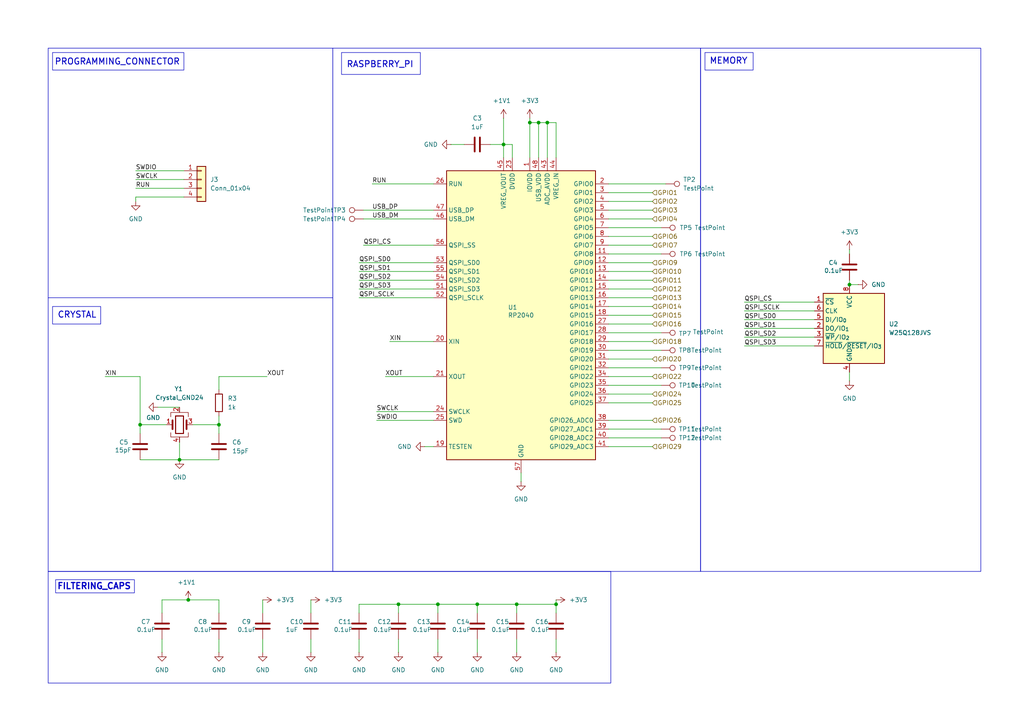
<source format=kicad_sch>
(kicad_sch (version 20250114) (generator "eeschema") (generator_version "9.0")
  (paper "A4")
  (title_block (title "MINIMALISED RASBERRY PI PICO") (date "2025-11-16") (rev "1.0") (company "KN HARDWIRE AGH") (comment 1 "ZOFIA STACHOŃ") (comment 2 "DAWID TOMALA") (comment 3 "MATEUSZ STASIEŃKO") (comment 4 "KACPER JELONEK") (comment 5 "Authors:"))
  (lib_symbols
    (symbol "Connector:TestPoint" (pin_numbers (hide yes)) (pin_names (offset 0.762) (hide yes))
      (property "Reference" "TP" (at 0 6.858 0))
      (property "Value" "TestPoint" (at 0 5.08 0))
      (symbol "TestPoint_0_1"
        (circle (center 0 3.302) (radius 0.762))
      )
      (symbol "TestPoint_1_1"
        (pin passive line (at 0 0 90) (length 2.54) (name "1") (number "1"))
      )
    )
    (symbol "Connector_Generic:Conn_01x04" (pin_names (offset 1.016) (hide yes))
      (property "Reference" "J" (at 0 5.08 0))
      (property "Value" "Conn_01x04" (at 0 -7.62 0))
      (symbol "Conn_01x04_1_1"
        (rectangle (start -1.27 3.81) (end 1.27 -6.35) (stroke (width 0.254)) (fill (type background)))
        (rectangle (start -1.27 2.667) (end 0 2.413) (stroke (width 0.1524)))
        (rectangle (start -1.27 0.127) (end 0 -0.127) (stroke (width 0.1524)))
        (rectangle (start -1.27 -2.413) (end 0 -2.667) (stroke (width 0.1524)))
        (rectangle (start -1.27 -4.953) (end 0 -5.207) (stroke (width 0.1524)))
        (pin passive line (at -5.08 2.54 0) (length 3.81) (name "Pin_1") (number "1"))
        (pin passive line (at -5.08 0 0) (length 3.81) (name "Pin_2") (number "2"))
        (pin passive line (at -5.08 -2.54 0) (length 3.81) (name "Pin_3") (number "3"))
        (pin passive line (at -5.08 -5.08 0) (length 3.81) (name "Pin_4") (number "4"))
      )
    )
    (symbol "Device:C" (pin_numbers (hide yes)) (pin_names (offset 0.254))
      (property "Reference" "C" (at 0.635 2.54 0))
      (property "Value" "C" (at 0.635 -2.54 0))
      (symbol "C_0_1"
        (polyline (pts (xy -2.032 0.762) (xy 2.032 0.762)) (stroke (width 0.508)))
        (polyline (pts (xy -2.032 -0.762) (xy 2.032 -0.762)) (stroke (width 0.508)))
      )
      (symbol "C_1_1"
        (pin passive line (at 0 3.81 270) (length 2.794) (name "~") (number "1"))
        (pin passive line (at 0 -3.81 90) (length 2.794) (name "~") (number "2"))
      )
    )
    (symbol "Device:Crystal_GND24" (pin_names (offset 1.016) (hide yes))
      (property "Reference" "Y" (at 3.175 5.08 0))
      (property "Value" "Crystal_GND24" (at 3.175 3.175 0))
      (symbol "Crystal_GND24_0_1"
        (polyline (pts (xy -2.54 2.286) (xy -2.54 3.556) (xy 2.54 3.556) (xy 2.54 2.286)))
        (polyline (pts (xy -2.54 0) (xy -2.032 0)))
        (polyline (pts (xy -2.54 -2.286) (xy -2.54 -3.556) (xy 2.54 -3.556) (xy 2.54 -2.286)))
        (polyline (pts (xy -2.032 -1.27) (xy -2.032 1.27)) (stroke (width 0.508)))
        (rectangle (start -1.143 2.54) (end 1.143 -2.54) (stroke (width 0.3048)))
        (polyline (pts (xy 0 3.556) (xy 0 3.81)))
        (polyline (pts (xy 0 -3.81) (xy 0 -3.556)))
        (polyline (pts (xy 2.032 0) (xy 2.54 0)))
        (polyline (pts (xy 2.032 -1.27) (xy 2.032 1.27)) (stroke (width 0.508)))
      )
      (symbol "Crystal_GND24_1_1"
        (pin passive line (at -3.81 0 0) (length 1.27) (name "1") (number "1"))
        (pin passive line (at 0 5.08 270) (length 1.27) (name "2") (number "2"))
        (pin passive line (at 0 -5.08 90) (length 1.27) (name "4") (number "4"))
        (pin passive line (at 3.81 0 180) (length 1.27) (name "3") (number "3"))
      )
    )
    (symbol "Device:R" (pin_numbers (hide yes)) (pin_names (offset 0))
      (property "Reference" "R" (at 2.032 0 90))
      (property "Value" "R" (at 0 0 90))
      (symbol "R_0_1"
        (rectangle (start -1.016 -2.54) (end 1.016 2.54) (stroke (width 0.254)))
      )
      (symbol "R_1_1"
        (pin passive line (at 0 3.81 270) (length 1.27) (name "~") (number "1"))
        (pin passive line (at 0 -3.81 90) (length 1.27) (name "~") (number "2"))
      )
    )
    (symbol "MCU_RaspberryPi:RP2040"
      (property "Reference" "U" (at 17.78 45.72 0))
      (property "Value" "RP2040" (at 17.78 43.18 0))
      (symbol "RP2040_0_1"
        (rectangle (start -21.59 41.91) (end 21.59 -41.91) (stroke (width 0.254)) (fill (type background)))
      )
      (symbol "RP2040_1_1"
        (pin input line (at -25.4 38.1 0) (length 3.81) (name "RUN") (number "26"))
        (pin bidirectional line (at -25.4 30.48 0) (length 3.81) (name "USB_DP") (number "47"))
        (pin bidirectional line (at -25.4 27.94 0) (length 3.81) (name "USB_DM") (number "46"))
        (pin bidirectional line (at -25.4 20.32 0) (length 3.81) (name "QSPI_SS") (number "56"))
        (pin bidirectional line (at -25.4 15.24 0) (length 3.81) (name "QSPI_SD0") (number "53"))
        (pin bidirectional line (at -25.4 12.7 0) (length 3.81) (name "QSPI_SD1") (number "55"))
        (pin bidirectional line (at -25.4 10.16 0) (length 3.81) (name "QSPI_SD2") (number "54"))
        (pin bidirectional line (at -25.4 7.62 0) (length 3.81) (name "QSPI_SD3") (number "51"))
        (pin output line (at -25.4 5.08 0) (length 3.81) (name "QSPI_SCLK") (number "52"))
        (pin input line (at -25.4 -7.62 0) (length 3.81) (name "XIN") (number "20"))
        (pin passive line (at -25.4 -17.78 0) (length 3.81) (name "XOUT") (number "21"))
        (pin input line (at -25.4 -27.94 0) (length 3.81) (name "SWCLK") (number "24"))
        (pin bidirectional line (at -25.4 -30.48 0) (length 3.81) (name "SWD") (number "25"))
        (pin input line (at -25.4 -38.1 0) (length 3.81) (name "TESTEN") (number "19"))
        (pin power_out line (at -5.08 45.72 270) (length 3.81) (name "VREG_VOUT") (number "45"))
        (pin power_in line (at -2.54 45.72 270) (length 3.81) (name "DVDD") (number "23"))
        (pin passive line (at -2.54 45.72 270) (length 3.81) (hide yes) (name "DVDD") (number "50"))
        (pin power_in line (at 0 -45.72 90) (length 3.81) (name "GND") (number "57"))
        (pin power_in line (at 2.54 45.72 270) (length 3.81) (name "IOVDD") (number "1"))
        (pin passive line (at 2.54 45.72 270) (length 3.81) (hide yes) (name "IOVDD") (number "10"))
        (pin passive line (at 2.54 45.72 270) (length 3.81) (hide yes) (name "IOVDD") (number "22"))
        (pin passive line (at 2.54 45.72 270) (length 3.81) (hide yes) (name "IOVDD") (number "33"))
        (pin passive line (at 2.54 45.72 270) (length 3.81) (hide yes) (name "IOVDD") (number "42"))
        (pin passive line (at 2.54 45.72 270) (length 3.81) (hide yes) (name "IOVDD") (number "49"))
        (pin power_in line (at 5.08 45.72 270) (length 3.81) (name "USB_VDD") (number "48"))
        (pin power_in line (at 7.62 45.72 270) (length 3.81) (name "ADC_AVDD") (number "43"))
        (pin power_in line (at 10.16 45.72 270) (length 3.81) (name "VREG_IN") (number "44"))
        (pin bidirectional line (at 25.4 38.1 180) (length 3.81) (name "GPIO0") (number "2"))
        (pin bidirectional line (at 25.4 35.56 180) (length 3.81) (name "GPIO1") (number "3"))
        (pin bidirectional line (at 25.4 33.02 180) (length 3.81) (name "GPIO2") (number "4"))
        (pin bidirectional line (at 25.4 30.48 180) (length 3.81) (name "GPIO3") (number "5"))
        (pin bidirectional line (at 25.4 27.94 180) (length 3.81) (name "GPIO4") (number "6"))
        (pin bidirectional line (at 25.4 25.4 180) (length 3.81) (name "GPIO5") (number "7"))
        (pin bidirectional line (at 25.4 22.86 180) (length 3.81) (name "GPIO6") (number "8"))
        (pin bidirectional line (at 25.4 20.32 180) (length 3.81) (name "GPIO7") (number "9"))
        (pin bidirectional line (at 25.4 17.78 180) (length 3.81) (name "GPIO8") (number "11"))
        (pin bidirectional line (at 25.4 15.24 180) (length 3.81) (name "GPIO9") (number "12"))
        (pin bidirectional line (at 25.4 12.7 180) (length 3.81) (name "GPIO10") (number "13"))
        (pin bidirectional line (at 25.4 10.16 180) (length 3.81) (name "GPIO11") (number "14"))
        (pin bidirectional line (at 25.4 7.62 180) (length 3.81) (name "GPIO12") (number "15"))
        (pin bidirectional line (at 25.4 5.08 180) (length 3.81) (name "GPIO13") (number "16"))
        (pin bidirectional line (at 25.4 2.54 180) (length 3.81) (name "GPIO14") (number "17"))
        (pin bidirectional line (at 25.4 0 180) (length 3.81) (name "GPIO15") (number "18"))
        (pin bidirectional line (at 25.4 -2.54 180) (length 3.81) (name "GPIO16") (number "27"))
        (pin bidirectional line (at 25.4 -5.08 180) (length 3.81) (name "GPIO17") (number "28"))
        (pin bidirectional line (at 25.4 -7.62 180) (length 3.81) (name "GPIO18") (number "29"))
        (pin bidirectional line (at 25.4 -10.16 180) (length 3.81) (name "GPIO19") (number "30"))
        (pin bidirectional line (at 25.4 -12.7 180) (length 3.81) (name "GPIO20") (number "31"))
        (pin bidirectional line (at 25.4 -15.24 180) (length 3.81) (name "GPIO21") (number "32"))
        (pin bidirectional line (at 25.4 -17.78 180) (length 3.81) (name "GPIO22") (number "34"))
        (pin bidirectional line (at 25.4 -20.32 180) (length 3.81) (name "GPIO23") (number "35"))
        (pin bidirectional line (at 25.4 -22.86 180) (length 3.81) (name "GPIO24") (number "36"))
        (pin bidirectional line (at 25.4 -25.4 180) (length 3.81) (name "GPIO25") (number "37"))
        (pin bidirectional line (at 25.4 -30.48 180) (length 3.81) (name "GPIO26_ADC0") (number "38"))
        (pin bidirectional line (at 25.4 -33.02 180) (length 3.81) (name "GPIO27_ADC1") (number "39"))
        (pin bidirectional line (at 25.4 -35.56 180) (length 3.81) (name "GPIO28_ADC2") (number "40"))
        (pin bidirectional line (at 25.4 -38.1 180) (length 3.81) (name "GPIO29_ADC3") (number "41"))
      )
    )
    (symbol "Memory_Flash:W25Q128JVS"
      (property "Reference" "U" (at -6.35 11.43 0))
      (property "Value" "W25Q128JVS" (at 7.62 11.43 0))
      (symbol "W25Q128JVS_0_1"
        (rectangle (start -7.62 10.16) (end 10.16 -10.16) (stroke (width 0.254)) (fill (type background)))
      )
      (symbol "W25Q128JVS_1_1"
        (pin input line (at -10.16 7.62 0) (length 2.54) (name "~{CS}") (number "1"))
        (pin input line (at -10.16 5.08 0) (length 2.54) (name "CLK") (number "6"))
        (pin bidirectional line (at -10.16 2.54 0) (length 2.54) (name "DI/IO_{0}") (number "5"))
        (pin bidirectional line (at -10.16 0 0) (length 2.54) (name "DO/IO_{1}") (number "2"))
        (pin bidirectional line (at -10.16 -2.54 0) (length 2.54) (name "~{WP}/IO_{2}") (number "3"))
        (pin bidirectional line (at -10.16 -5.08 0) (length 2.54) (name "~{HOLD}/~{RESET}/IO_{3}") (number "7"))
        (pin power_in line (at 0 12.7 270) (length 2.54) (name "VCC") (number "8"))
        (pin power_in line (at 0 -12.7 90) (length 2.54) (name "GND") (number "4"))
      )
    )
    (symbol "power:+1V1" (power) (pin_numbers (hide yes)) (pin_names (offset 0) (hide yes))
      (property "Value" "+1V1" (at 0 3.556 0))
      (symbol "+1V1_0_1"
        (polyline (pts (xy -0.762 1.27) (xy 0 2.54)))
        (polyline (pts (xy 0 2.54) (xy 0.762 1.27)))
        (polyline (pts (xy 0 0) (xy 0 2.54)))
      )
      (symbol "+1V1_1_1"
        (pin power_in line (at 0 0 90) (length 0) (name "~") (number "1"))
      )
    )
    (symbol "power:+3V3" (power) (pin_numbers (hide yes)) (pin_names (offset 0) (hide yes))
      (property "Value" "+3V3" (at 0 3.556 0))
      (symbol "+3V3_0_1"
        (polyline (pts (xy -0.762 1.27) (xy 0 2.54)))
        (polyline (pts (xy 0 2.54) (xy 0.762 1.27)))
        (polyline (pts (xy 0 0) (xy 0 2.54)))
      )
      (symbol "+3V3_1_1"
        (pin power_in line (at 0 0 90) (length 0) (name "~") (number "1"))
      )
    )
    (symbol "power:GND" (power) (pin_numbers (hide yes)) (pin_names (offset 0) (hide yes))
      (property "Value" "GND" (at 0 -3.81 0))
      (symbol "GND_0_1"
        (polyline (pts (xy 0 0) (xy 0 -1.27) (xy 1.27 -1.27) (xy 0 -2.54) (xy -1.27 -1.27) (xy 0 -1.27)))
      )
      (symbol "GND_1_1"
        (pin power_in line (at 0 0 270) (length 0) (name "~") (number "1"))
      )
    )
  )
  (rectangle (start 203.2 13.97) (end 284.48 165.735))
  (rectangle (start 96.52 13.97) (end 203.2 165.735))
  (rectangle (start 15.24 88.9) (end 29.21 93.98))
  (rectangle (start 204.47 15.24) (end 218.44 20.32))
  (rectangle (start 99.06 15.24) (end 121.92 21.59))
  (rectangle (start 15.24 15.24) (end 53.34 20.32))
  (rectangle (start 16.129 168.148) (end 38.989 171.958))
  (rectangle (start 13.97 13.97) (end 96.52 86.36))
  (rectangle (start 13.97 86.36) (end 96.52 165.735))
  (rectangle (start 13.97 165.735) (end 177.165 198.12))
  (text "MEMORY" (at 211.328 17.78 0) (effects (font (size 1.778 1.778) (thickness 0.254) (bold yes))))
  (text "FILTERING_CAPS" (at 27.305 170.18 0) (effects (font (size 1.778 1.778) (thickness 0.3556) (bold yes))))
  (text "PROGRAMMING_CONNECTOR" (at 34.036 18.034 0) (effects (font (size 1.778 1.778) (thickness 0.254) (bold yes))))
  (text "CRYSTAL" (at 22.352 91.44 0) (effects (font (size 1.778 1.778) (thickness 0.254) (bold yes))))
  (text "RASPBERRY_PI" (at 110.236 18.796 0) (effects (font (size 1.778 1.778) (thickness 0.254) (bold yes))))
  (junction (at 115.57 175.26))
  (junction (at 146.05 41.91))
  (junction (at 158.75 35.56))
  (junction (at 127 175.26))
  (junction (at 153.67 35.56))
  (junction (at 138.43 175.26))
  (junction (at 161.29 175.26))
  (junction (at 246.38 82.55))
  (junction (at 63.5 123.19))
  (junction (at 54.61 173.99))
  (junction (at 149.86 175.26))
  (junction (at 156.21 35.56))
  (junction (at 40.64 123.19))
  (junction (at 52.07 133.35))
  (wire (pts (xy 176.53 93.98) (xy 189.23 93.98)))
  (wire (pts (xy 176.53 109.22) (xy 189.23 109.22)))
  (wire (pts (xy 104.14 175.26) (xy 115.57 175.26)))
  (wire (pts (xy 176.53 86.36) (xy 189.23 86.36)))
  (wire (pts (xy 161.29 175.26) (xy 161.29 177.8)))
  (wire (pts (xy 138.43 185.42) (xy 138.43 189.23)))
  (wire (pts (xy 40.64 133.35) (xy 52.07 133.35)))
  (wire (pts (xy 46.99 185.42) (xy 46.99 189.23)))
  (wire (pts (xy 54.61 173.99) (xy 63.5 173.99)))
  (wire (pts (xy 176.53 129.54) (xy 189.23 129.54)))
  (wire (pts (xy 63.5 123.19) (xy 63.5 125.73)))
  (wire (pts (xy 39.37 49.53) (xy 53.34 49.53)))
  (wire (pts (xy 246.38 81.28) (xy 246.38 82.55)))
  (wire (pts (xy 176.53 60.96) (xy 189.23 60.96)))
  (wire (pts (xy 127 177.8) (xy 127 175.26)))
  (wire (pts (xy 176.53 88.9) (xy 189.23 88.9)))
  (wire (pts (xy 176.53 78.74) (xy 189.23 78.74)))
  (wire (pts (xy 63.5 109.22) (xy 77.47 109.22)))
  (wire (pts (xy 151.13 137.16) (xy 151.13 139.7)))
  (wire (pts (xy 127 185.42) (xy 127 189.23)))
  (wire (pts (xy 39.37 54.61) (xy 53.34 54.61)))
  (wire (pts (xy 176.53 68.58) (xy 189.23 68.58)))
  (wire (pts (xy 149.86 185.42) (xy 149.86 189.23)))
  (wire (pts (xy 176.53 96.52) (xy 191.77 96.52)))
  (wire (pts (xy 246.38 82.55) (xy 248.92 82.55)))
  (wire (pts (xy 63.5 113.03) (xy 63.5 109.22)))
  (wire (pts (xy 215.9 97.79) (xy 236.22 97.79)))
  (wire (pts (xy 153.67 35.56) (xy 153.67 45.72)))
  (wire (pts (xy 46.99 173.99) (xy 54.61 173.99)))
  (wire (pts (xy 40.64 123.19) (xy 40.64 109.22)))
  (wire (pts (xy 156.21 35.56) (xy 153.67 35.56)))
  (wire (pts (xy 104.14 86.36) (xy 125.73 86.36)))
  (wire (pts (xy 105.41 60.96) (xy 125.73 60.96)))
  (wire (pts (xy 176.53 66.04) (xy 191.77 66.04)))
  (wire (pts (xy 115.57 185.42) (xy 115.57 189.23)))
  (wire (pts (xy 156.21 45.72) (xy 156.21 35.56)))
  (wire (pts (xy 104.14 76.2) (xy 125.73 76.2)))
  (wire (pts (xy 46.99 177.8) (xy 46.99 173.99)))
  (wire (pts (xy 52.07 133.35) (xy 63.5 133.35)))
  (wire (pts (xy 138.43 175.26) (xy 149.86 175.26)))
  (wire (pts (xy 109.22 119.38) (xy 125.73 119.38)))
  (wire (pts (xy 130.81 41.91) (xy 134.62 41.91)))
  (wire (pts (xy 176.53 124.46) (xy 191.77 124.46)))
  (wire (pts (xy 146.05 34.29) (xy 146.05 41.91)))
  (wire (pts (xy 161.29 35.56) (xy 158.75 35.56)))
  (wire (pts (xy 158.75 45.72) (xy 158.75 35.56)))
  (wire (pts (xy 39.37 52.07) (xy 53.34 52.07)))
  (wire (pts (xy 158.75 35.56) (xy 156.21 35.56)))
  (wire (pts (xy 176.53 116.84) (xy 189.23 116.84)))
  (wire (pts (xy 176.53 104.14) (xy 189.23 104.14)))
  (wire (pts (xy 63.5 123.19) (xy 63.5 120.65)))
  (wire (pts (xy 90.17 173.99) (xy 90.17 177.8)))
  (wire (pts (xy 149.86 177.8) (xy 149.86 175.26)))
  (wire (pts (xy 76.2 173.99) (xy 76.2 177.8)))
  (wire (pts (xy 45.72 118.11) (xy 52.07 118.11)))
  (wire (pts (xy 176.53 114.3) (xy 189.23 114.3)))
  (wire (pts (xy 176.53 111.76) (xy 191.77 111.76)))
  (wire (pts (xy 149.86 175.26) (xy 161.29 175.26)))
  (wire (pts (xy 176.53 83.82) (xy 189.23 83.82)))
  (wire (pts (xy 104.14 78.74) (xy 125.73 78.74)))
  (wire (pts (xy 30.48 109.22) (xy 40.64 109.22)))
  (wire (pts (xy 107.95 53.34) (xy 125.73 53.34)))
  (wire (pts (xy 113.03 99.06) (xy 125.73 99.06)))
  (wire (pts (xy 111.76 109.22) (xy 125.73 109.22)))
  (wire (pts (xy 176.53 63.5) (xy 189.23 63.5)))
  (wire (pts (xy 176.53 127) (xy 191.77 127)))
  (wire (pts (xy 40.64 123.19) (xy 48.26 123.19)))
  (wire (pts (xy 176.53 99.06) (xy 189.23 99.06)))
  (wire (pts (xy 104.14 83.82) (xy 125.73 83.82)))
  (wire (pts (xy 161.29 185.42) (xy 161.29 189.23)))
  (wire (pts (xy 148.59 45.72) (xy 148.59 41.91)))
  (wire (pts (xy 176.53 73.66) (xy 191.77 73.66)))
  (wire (pts (xy 176.53 58.42) (xy 189.23 58.42)))
  (wire (pts (xy 123.19 129.54) (xy 125.73 129.54)))
  (wire (pts (xy 146.05 41.91) (xy 146.05 45.72)))
  (wire (pts (xy 52.07 128.27) (xy 52.07 133.35)))
  (wire (pts (xy 104.14 185.42) (xy 104.14 189.23)))
  (wire (pts (xy 109.22 121.92) (xy 125.73 121.92)))
  (wire (pts (xy 176.53 121.92) (xy 189.23 121.92)))
  (wire (pts (xy 246.38 107.95) (xy 246.38 110.49)))
  (wire (pts (xy 215.9 95.25) (xy 236.22 95.25)))
  (wire (pts (xy 176.53 76.2) (xy 189.23 76.2)))
  (wire (pts (xy 142.24 41.91) (xy 146.05 41.91)))
  (wire (pts (xy 115.57 177.8) (xy 115.57 175.26)))
  (wire (pts (xy 176.53 71.12) (xy 189.23 71.12)))
  (wire (pts (xy 39.37 57.15) (xy 39.37 58.42)))
  (wire (pts (xy 161.29 173.99) (xy 161.29 175.26)))
  (wire (pts (xy 104.14 81.28) (xy 125.73 81.28)))
  (wire (pts (xy 55.88 123.19) (xy 63.5 123.19)))
  (wire (pts (xy 90.17 185.42) (xy 90.17 189.23)))
  (wire (pts (xy 104.14 177.8) (xy 104.14 175.26)))
  (wire (pts (xy 153.67 34.29) (xy 153.67 35.56)))
  (wire (pts (xy 105.41 71.12) (xy 125.73 71.12)))
  (wire (pts (xy 176.53 106.68) (xy 191.77 106.68)))
  (wire (pts (xy 63.5 177.8) (xy 63.5 173.99)))
  (wire (pts (xy 127 175.26) (xy 138.43 175.26)))
  (wire (pts (xy 176.53 91.44) (xy 189.23 91.44)))
  (wire (pts (xy 138.43 177.8) (xy 138.43 175.26)))
  (wire (pts (xy 148.59 41.91) (xy 146.05 41.91)))
  (wire (pts (xy 215.9 87.63) (xy 236.22 87.63)))
  (wire (pts (xy 176.53 55.88) (xy 189.23 55.88)))
  (wire (pts (xy 40.64 125.73) (xy 40.64 123.19)))
  (wire (pts (xy 53.34 57.15) (xy 39.37 57.15)))
  (wire (pts (xy 176.53 101.6) (xy 191.77 101.6)))
  (wire (pts (xy 105.41 63.5) (xy 125.73 63.5)))
  (wire (pts (xy 215.9 92.71) (xy 236.22 92.71)))
  (wire (pts (xy 215.9 100.33) (xy 236.22 100.33)))
  (wire (pts (xy 115.57 175.26) (xy 127 175.26)))
  (wire (pts (xy 76.2 185.42) (xy 76.2 189.23)))
  (wire (pts (xy 176.53 53.34) (xy 193.04 53.34)))
  (wire (pts (xy 215.9 90.17) (xy 236.22 90.17)))
  (wire (pts (xy 161.29 45.72) (xy 161.29 35.56)))
  (wire (pts (xy 176.53 81.28) (xy 189.23 81.28)))
  (wire (pts (xy 246.38 72.39) (xy 246.38 73.66)))
  (wire (pts (xy 63.5 185.42) (xy 63.5 189.23)))
  (label "SWCLK" (at 39.37 52.07 0))
  (label "QSPI_SD2" (at 215.9 97.79 0))
  (label "XIN" (at 30.48 109.22 0))
  (label "QSPI_SD0" (at 215.9 92.71 0))
  (label "USB_DM" (at 107.95 63.5 0))
  (label "XIN" (at 113.03 99.06 0))
  (label "XOUT" (at 111.76 109.22 0))
  (label "QSPI_SD1" (at 104.14 78.74 0))
  (label "SWCLK" (at 109.22 119.38 0))
  (label "QSPI_SD0" (at 104.14 76.2 0))
  (label "QSPI_SCLK" (at 215.9 90.17 0))
  (label "RUN" (at 39.37 54.61 0))
  (label "RUN" (at 107.95 53.34 0))
  (label "XOUT" (at 77.47 109.22 0))
  (label "QSPI_SD3" (at 104.14 83.82 0))
  (label "QSPI_CS" (at 215.9 87.63 0))
  (label "QSPI_CS" (at 105.41 71.12 0))
  (label "SWDIO" (at 39.37 49.53 0))
  (label "USB_DP" (at 107.95 60.96 0))
  (label "SWDIO" (at 109.22 121.92 0))
  (label "QSPI_SD1" (at 215.9 95.25 0))
  (label "QSPI_SD3" (at 215.9 100.33 0))
  (label "QSPI_SCLK" (at 104.14 86.36 0))
  (label "QSPI_SD2" (at 104.14 81.28 0))
  (hierarchical_label "GPIO14" (shape input) (at 189.23 88.9 0))
  (hierarchical_label "GPIO25" (shape input) (at 189.23 116.84 0))
  (hierarchical_label "GPIO1" (shape input) (at 189.23 55.88 0))
  (hierarchical_label "GPIO18" (shape input) (at 189.23 99.06 0))
  (hierarchical_label "GPIO3" (shape input) (at 189.23 60.96 0))
  (hierarchical_label "GPIO6" (shape input) (at 189.23 68.58 0))
  (hierarchical_label "GPIO4" (shape input) (at 189.23 63.5 0))
  (hierarchical_label "GPIO15" (shape input) (at 189.23 91.44 0))
  (hierarchical_label "GPIO2" (shape input) (at 189.23 58.42 0))
  (hierarchical_label "GPIO10" (shape input) (at 189.23 78.74 0))
  (hierarchical_label "GPIO12" (shape input) (at 189.23 83.82 0))
  (hierarchical_label "GPIO26" (shape input) (at 189.23 121.92 0))
  (hierarchical_label "GPIO9" (shape input) (at 189.23 76.2 0))
  (hierarchical_label "GPIO20" (shape input) (at 189.23 104.14 0))
  (hierarchical_label "GPIO16" (shape input) (at 189.23 93.98 0))
  (hierarchical_label "GPIO29" (shape input) (at 189.23 129.54 0))
  (hierarchical_label "GPIO11" (shape input) (at 189.23 81.28 0))
  (hierarchical_label "GPIO7" (shape input) (at 189.23 71.12 0))
  (hierarchical_label "GPIO24" (shape input) (at 189.23 114.3 0))
  (hierarchical_label "GPIO13" (shape input) (at 189.23 86.36 0))
  (hierarchical_label "GPIO22" (shape input) (at 189.23 109.22 0))
  (symbol (lib_id "Device:C") (at 40.64 129.54 0) (unit 1)
    (property "Reference" "C5" (at 34.544 128.27 0) (effects (justify left)))
    (property "Value" "15pF" (at 33.274 130.556 0) (effects (justify left)))
    (property "Footprint" "Capacitor_SMD:C_0603_1608Metric" (effects (hide yes)))
    (property "Description" "Unpolarized capacitor" (effects (hide yes)))
  )
  (symbol (lib_id "power:GND") (at 115.57 189.23 0) (unit 1)
    (property "Reference" "#PWR028" (effects (hide yes)))
    (property "Value" "GND" (at 115.57 194.31 0))
    (property "Description" "Power symbol creates a global label with name \"GND\" , ground" (effects (hide yes)))
  )
  (symbol (lib_id "Connector:TestPoint") (at 191.77 73.66 270) (unit 1)
    (property "Reference" "TP6" (at 197.104 73.66 90) (effects (justify left)))
    (property "Value" "TestPoint" (at 201.422 73.66 90) (effects (justify left)))
    (property "Footprint" "TestPoint:TestPoint_Pad_D1.5mm" (effects (hide yes)))
    (property "Description" "test point" (effects (hide yes)))
  )
  (symbol (lib_id "Device:C") (at 76.2 181.61 0) (unit 1)
    (property "Reference" "C9" (at 70.104 180.34 0) (effects (justify left)))
    (property "Value" "0.1uF" (at 68.834 182.626 0) (effects (justify left)))
    (property "Footprint" "Capacitor_SMD:C_0603_1608Metric" (effects (hide yes)))
    (property "Description" "Unpolarized capacitor" (effects (hide yes)))
  )
  (symbol (lib_id "power:GND") (at 76.2 189.23 0) (unit 1)
    (property "Reference" "#PWR025" (effects (hide yes)))
    (property "Value" "GND" (at 76.2 194.31 0))
    (property "Description" "Power symbol creates a global label with name \"GND\" , ground" (effects (hide yes)))
  )
  (symbol (lib_id "Device:C") (at 115.57 181.61 0) (unit 1)
    (property "Reference" "C12" (at 109.474 180.34 0) (effects (justify left)))
    (property "Value" "0.1uF" (at 108.204 182.626 0) (effects (justify left)))
    (property "Footprint" "Capacitor_SMD:C_0603_1608Metric" (effects (hide yes)))
    (property "Description" "Unpolarized capacitor" (effects (hide yes)))
  )
  (symbol (lib_id "Device:C") (at 161.29 181.61 0) (unit 1)
    (property "Reference" "C16" (at 155.194 180.34 0) (effects (justify left)))
    (property "Value" "0.1uF" (at 153.924 182.626 0) (effects (justify left)))
    (property "Footprint" "Capacitor_SMD:C_0603_1608Metric" (effects (hide yes)))
    (property "Description" "Unpolarized capacitor" (effects (hide yes)))
  )
  (symbol (lib_id "power:+1V1") (at 54.61 173.99 0) (unit 1)
    (property "Reference" "#PWR019" (effects (hide yes)))
    (property "Value" "+1V1" (at 54.102 168.91 0))
    (property "Description" "Power symbol creates a global label with name \"+1V1\"" (effects (hide yes)))
  )
  (symbol (lib_id "power:GND") (at 138.43 189.23 0) (unit 1)
    (property "Reference" "#PWR030" (effects (hide yes)))
    (property "Value" "GND" (at 138.43 194.31 0))
    (property "Description" "Power symbol creates a global label with name \"GND\" , ground" (effects (hide yes)))
  )
  (symbol (lib_id "Device:C") (at 149.86 181.61 0) (unit 1)
    (property "Reference" "C15" (at 143.764 180.34 0) (effects (justify left)))
    (property "Value" "0.1uF" (at 142.494 182.626 0) (effects (justify left)))
    (property "Footprint" "Capacitor_SMD:C_0603_1608Metric" (effects (hide yes)))
    (property "Description" "Unpolarized capacitor" (effects (hide yes)))
  )
  (symbol (lib_id "Device:C") (at 63.5 129.54 0) (unit 1)
    (property "Reference" "C6" (at 67.31 128.2699 0) (effects (justify left)))
    (property "Value" "15pF" (at 67.31 130.8099 0) (effects (justify left)))
    (property "Footprint" "Capacitor_SMD:C_0603_1608Metric" (effects (hide yes)))
    (property "Description" "Unpolarized capacitor" (effects (hide yes)))
  )
  (symbol (lib_id "power:+3V3") (at 90.17 173.99 270) (unit 1)
    (property "Reference" "#PWR021" (effects (hide yes)))
    (property "Value" "+3V3" (at 93.98 173.9899 90) (effects (justify left)))
    (property "Description" "Power symbol creates a global label with name \"+3V3\"" (effects (hide yes)))
  )
  (symbol (lib_id "power:+3V3") (at 153.67 34.29 0) (unit 1)
    (property "Reference" "#PWR09" (effects (hide yes)))
    (property "Value" "+3V3" (at 153.67 29.21 0))
    (property "Description" "Power symbol creates a global label with name \"+3V3\"" (effects (hide yes)))
  )
  (symbol (lib_id "power:GND") (at 248.92 82.55 90) (unit 1)
    (property "Reference" "#PWR013" (effects (hide yes)))
    (property "Value" "GND" (at 252.73 82.5499 90) (effects (justify right)))
    (property "Description" "Power symbol creates a global label with name \"GND\" , ground" (effects (hide yes)))
  )
  (symbol (lib_id "Device:C") (at 63.5 181.61 0) (unit 1)
    (property "Reference" "C8" (at 57.404 180.34 0) (effects (justify left)))
    (property "Value" "0.1uF" (at 56.134 182.626 0) (effects (justify left)))
    (property "Footprint" "Capacitor_SMD:C_0603_1608Metric" (effects (hide yes)))
    (property "Description" "Unpolarized capacitor" (effects (hide yes)))
  )
  (symbol (lib_id "Device:C") (at 104.14 181.61 0) (unit 1)
    (property "Reference" "C11" (at 98.044 180.34 0) (effects (justify left)))
    (property "Value" "0.1uF" (at 96.774 182.626 0) (effects (justify left)))
    (property "Footprint" "Capacitor_SMD:C_0603_1608Metric" (effects (hide yes)))
    (property "Description" "Unpolarized capacitor" (effects (hide yes)))
  )
  (symbol (lib_id "Device:C") (at 90.17 181.61 0) (unit 1)
    (property "Reference" "C10" (at 84.074 180.34 0) (effects (justify left)))
    (property "Value" "1uF" (at 82.804 182.626 0) (effects (justify left)))
    (property "Footprint" "Capacitor_SMD:C_0603_1608Metric" (effects (hide yes)))
    (property "Description" "Unpolarized capacitor" (effects (hide yes)))
  )
  (symbol (lib_id "power:GND") (at 52.07 133.35 0) (unit 1)
    (property "Reference" "#PWR017" (effects (hide yes)))
    (property "Value" "GND" (at 52.07 138.43 0))
    (property "Description" "Power symbol creates a global label with name \"GND\" , ground" (effects (hide yes)))
  )
  (symbol (lib_id "power:+3V3") (at 161.29 173.99 270) (unit 1)
    (property "Reference" "#PWR022" (effects (hide yes)))
    (property "Value" "+3V3" (at 165.1 173.9899 90) (effects (justify left)))
    (property "Description" "Power symbol creates a global label with name \"+3V3\"" (effects (hide yes)))
  )
  (symbol (lib_id "Connector:TestPoint") (at 191.77 101.6 270) (unit 1)
    (property "Reference" "TP8" (at 196.85 101.6 90) (effects (justify left)))
    (property "Value" "TestPoint" (at 200.406 101.6 90) (effects (justify left)))
    (property "Footprint" "TestPoint:TestPoint_Pad_D1.5mm" (effects (hide yes)))
    (property "Description" "test point" (effects (hide yes)))
  )
  (symbol (lib_id "power:GND") (at 161.29 189.23 0) (unit 1)
    (property "Reference" "#PWR032" (effects (hide yes)))
    (property "Value" "GND" (at 161.29 194.31 0))
    (property "Description" "Power symbol creates a global label with name \"GND\" , ground" (effects (hide yes)))
  )
  (symbol (lib_id "power:GND") (at 130.81 41.91 270) (unit 1)
    (property "Reference" "#PWR010" (effects (hide yes)))
    (property "Value" "GND" (at 127 41.9099 90) (effects (justify right)))
    (property "Description" "Power symbol creates a global label with name \"GND\" , ground" (effects (hide yes)))
  )
  (symbol (lib_id "Device:C") (at 127 181.61 0) (unit 1)
    (property "Reference" "C13" (at 120.904 180.34 0) (effects (justify left)))
    (property "Value" "0.1uF" (at 119.634 182.626 0) (effects (justify left)))
    (property "Footprint" "Capacitor_SMD:C_0603_1608Metric" (effects (hide yes)))
    (property "Description" "Unpolarized capacitor" (effects (hide yes)))
  )
  (symbol (lib_id "Memory_Flash:W25Q128JVS") (at 246.38 95.25 0) (unit 1)
    (property "Reference" "U2" (at 257.81 93.9799 0) (effects (justify left)))
    (property "Value" "W25Q128JVS" (at 257.81 96.5199 0) (effects (justify left)))
    (property "Footprint" "Package_SO:SOIC-8_5.3x5.3mm_P1.27mm" (effects (hide yes)))
    (property "Datasheet" "https://www.winbond.com/resource-files/w25q128jv_dtr%20revc%2003272018%20plus.pdf" (effects (hide yes)))
    (property "Description" "128Mbit / 16MiB Serial Flash Memory, Standard/Dual/Quad SPI, 2.7-3.6V, SOIC-8" (effects (hide yes)))
  )
  (symbol (lib_id "Connector_Generic:Conn_01x04") (at 58.42 52.07 0) (unit 1)
    (property "Reference" "J3" (at 60.96 52.0699 0) (effects (justify left)))
    (property "Value" "Conn_01x04" (at 60.96 54.6099 0) (effects (justify left)))
    (property "Footprint" "Connector_PinHeader_2.54mm:PinHeader_2x02_P2.54mm_Vertical" (effects (hide yes)))
    (property "Description" "Generic connector, single row, 01x04, script generated (kicad-library-utils/schlib/autogen/connector/)" (effects (hide yes)))
  )
  (symbol (lib_id "power:+3V3") (at 76.2 173.99 270) (unit 1)
    (property "Reference" "#PWR020" (effects (hide yes)))
    (property "Value" "+3V3" (at 80.01 173.9899 90) (effects (justify left)))
    (property "Description" "Power symbol creates a global label with name \"+3V3\"" (effects (hide yes)))
  )
  (symbol (lib_id "MCU_RaspberryPi:RP2040") (at 151.13 91.44 0) (unit 1)
    (property "Reference" "U1" (at 147.32 89.154 0) (effects (justify left)))
    (property "Value" "RP2040" (at 147.32 91.44 0) (effects (justify left)))
    (property "Footprint" "Package_DFN_QFN:QFN-56-1EP_7x7mm_P0.4mm_EP3.2x3.2mm" (effects (hide yes)))
    (property "Datasheet" "https://datasheets.raspberrypi.com/rp2040/rp2040-datasheet.pdf" (effects (hide yes)))
    (property "Description" "A microcontroller by Raspberry Pi" (effects (hide yes)))
  )
  (symbol (lib_id "power:GND") (at 246.38 110.49 0) (unit 1)
    (property "Reference" "#PWR014" (effects (hide yes)))
    (property "Value" "GND" (at 246.38 115.57 0))
    (property "Description" "Power symbol creates a global label with name \"GND\" , ground" (effects (hide yes)))
  )
  (symbol (lib_id "Connector:TestPoint") (at 191.77 106.68 270) (unit 1)
    (property "Reference" "TP9" (at 196.85 106.68 90) (effects (justify left)))
    (property "Value" "TestPoint" (at 200.406 106.68 90) (effects (justify left)))
    (property "Footprint" "TestPoint:TestPoint_Pad_D1.5mm" (effects (hide yes)))
    (property "Description" "test point" (effects (hide yes)))
  )
  (symbol (lib_id "power:GND") (at 63.5 189.23 0) (unit 1)
    (property "Reference" "#PWR024" (effects (hide yes)))
    (property "Value" "GND" (at 63.5 194.31 0))
    (property "Description" "Power symbol creates a global label with name \"GND\" , ground" (effects (hide yes)))
  )
  (symbol (lib_id "power:GND") (at 39.37 58.42 0) (unit 1)
    (property "Reference" "#PWR011" (effects (hide yes)))
    (property "Value" "GND" (at 39.37 63.5 0))
    (property "Description" "Power symbol creates a global label with name \"GND\" , ground" (effects (hide yes)))
  )
  (symbol (lib_id "Device:C") (at 46.99 181.61 0) (unit 1)
    (property "Reference" "C7" (at 40.894 180.34 0) (effects (justify left)))
    (property "Value" "0.1uF" (at 39.624 182.626 0) (effects (justify left)))
    (property "Footprint" "Capacitor_SMD:C_0603_1608Metric" (effects (hide yes)))
    (property "Description" "Unpolarized capacitor" (effects (hide yes)))
  )
  (symbol (lib_id "power:GND") (at 45.72 118.11 270) (unit 1)
    (property "Reference" "#PWR015" (effects (hide yes)))
    (property "Value" "GND" (at 46.482 121.158 90) (effects (justify right)))
    (property "Description" "Power symbol creates a global label with name \"GND\" , ground" (effects (hide yes)))
  )
  (symbol (lib_id "power:GND") (at 123.19 129.54 270) (unit 1)
    (property "Reference" "#PWR016" (effects (hide yes)))
    (property "Value" "GND" (at 119.38 129.5399 90) (effects (justify right)))
    (property "Description" "Power symbol creates a global label with name \"GND\" , ground" (effects (hide yes)))
  )
  (symbol (lib_id "Connector:TestPoint") (at 191.77 127 270) (unit 1)
    (property "Reference" "TP12" (at 196.85 127 90) (effects (justify left)))
    (property "Value" "TestPoint" (at 200.406 127 90) (effects (justify left)))
    (property "Footprint" "TestPoint:TestPoint_Pad_D1.5mm" (effects (hide yes)))
    (property "Description" "test point" (effects (hide yes)))
  )
  (symbol (lib_id "Device:C") (at 138.43 41.91 90) (unit 1)
    (property "Reference" "C3" (at 138.43 34.29 90))
    (property "Value" "1uF" (at 138.43 36.83 90))
    (property "Footprint" "Capacitor_SMD:C_0603_1608Metric" (effects (hide yes)))
    (property "Description" "Unpolarized capacitor" (effects (hide yes)))
  )
  (symbol (lib_id "Connector:TestPoint") (at 105.41 60.96 90) (unit 1)
    (property "Reference" "TP3" (at 100.33 60.96 90) (effects (justify left)))
    (property "Value" "TestPoint" (at 96.774 60.96 90) (effects (justify left)))
    (property "Footprint" "TestPoint:TestPoint_Pad_D1.5mm" (effects (hide yes)))
    (property "Description" "test point" (effects (hide yes)))
  )
  (symbol (lib_id "Connector:TestPoint") (at 191.77 96.52 270) (unit 1)
    (property "Reference" "TP7" (at 196.85 96.774 90) (effects (justify left)))
    (property "Value" "TestPoint" (at 200.914 96.266 90) (effects (justify left)))
    (property "Footprint" "TestPoint:TestPoint_Pad_D1.5mm" (effects (hide yes)))
    (property "Description" "test point" (effects (hide yes)))
  )
  (symbol (lib_id "Device:Crystal_GND24") (at 52.07 123.19 0) (unit 1)
    (property "Reference" "Y1" (at 51.816 112.776 0))
    (property "Value" "Crystal_GND24" (at 52.07 115.316 0))
    (property "Footprint" "Crystal:Crystal_SMD_Abracon_ABM8G-4Pin_3.2x2.5mm" (effects (hide yes)))
    (property "Description" "Four pin crystal, GND on pins 2 and 4" (effects (hide yes)))
  )
  (symbol (lib_id "Connector:TestPoint") (at 193.04 53.34 270) (unit 1)
    (property "Reference" "TP2" (at 198.12 52.0699 90) (effects (justify left)))
    (property "Value" "TestPoint" (at 198.12 54.6099 90) (effects (justify left)))
    (property "Footprint" "TestPoint:TestPoint_Pad_D1.5mm" (effects (hide yes)))
    (property "Description" "test point" (effects (hide yes)))
  )
  (symbol (lib_id "power:+3V3") (at 246.38 72.39 0) (unit 1)
    (property "Reference" "#PWR012" (effects (hide yes)))
    (property "Value" "+3V3" (at 246.38 67.31 0))
    (property "Description" "Power symbol creates a global label with name \"+3V3\"" (effects (hide yes)))
  )
  (symbol (lib_id "power:GND") (at 90.17 189.23 0) (unit 1)
    (property "Reference" "#PWR026" (effects (hide yes)))
    (property "Value" "GND" (at 90.17 194.31 0))
    (property "Description" "Power symbol creates a global label with name \"GND\" , ground" (effects (hide yes)))
  )
  (symbol (lib_id "Connector:TestPoint") (at 191.77 111.76 270) (unit 1)
    (property "Reference" "TP10" (at 196.85 111.76 90) (effects (justify left)))
    (property "Value" "TestPoint" (at 200.406 111.76 90) (effects (justify left)))
    (property "Footprint" "TestPoint:TestPoint_Pad_D1.5mm" (effects (hide yes)))
    (property "Description" "test point" (effects (hide yes)))
  )
  (symbol (lib_id "Device:C") (at 138.43 181.61 0) (unit 1)
    (property "Reference" "C14" (at 132.334 180.34 0) (effects (justify left)))
    (property "Value" "0.1uF" (at 131.064 182.626 0) (effects (justify left)))
    (property "Footprint" "Capacitor_SMD:C_0603_1608Metric" (effects (hide yes)))
    (property "Description" "Unpolarized capacitor" (effects (hide yes)))
  )
  (symbol (lib_id "power:+1V1") (at 146.05 34.29 0) (unit 1)
    (property "Reference" "#PWR08" (effects (hide yes)))
    (property "Value" "+1V1" (at 145.542 29.21 0))
    (property "Description" "Power symbol creates a global label with name \"+1V1\"" (effects (hide yes)))
  )
  (symbol (lib_id "Device:R") (at 63.5 116.84 0) (unit 1)
    (property "Reference" "R3" (at 66.04 115.5699 0) (effects (justify left)))
    (property "Value" "1k" (at 66.04 118.1099 0) (effects (justify left)))
    (property "Footprint" "Resistor_SMD:R_0603_1608Metric" (effects (hide yes)))
    (property "Description" "Resistor" (effects (hide yes)))
  )
  (symbol (lib_id "Connector:TestPoint") (at 191.77 66.04 270) (unit 1)
    (property "Reference" "TP5" (at 197.104 66.04 90) (effects (justify left)))
    (property "Value" "TestPoint" (at 201.422 66.04 90) (effects (justify left)))
    (property "Footprint" "TestPoint:TestPoint_Pad_D1.5mm" (effects (hide yes)))
    (property "Description" "test point" (effects (hide yes)))
  )
  (symbol (lib_id "power:GND") (at 46.99 189.23 0) (unit 1)
    (property "Reference" "#PWR023" (effects (hide yes)))
    (property "Value" "GND" (at 46.99 194.31 0))
    (property "Description" "Power symbol creates a global label with name \"GND\" , ground" (effects (hide yes)))
  )
  (symbol (lib_id "power:GND") (at 127 189.23 0) (unit 1)
    (property "Reference" "#PWR029" (effects (hide yes)))
    (property "Value" "GND" (at 127 194.31 0))
    (property "Description" "Power symbol creates a global label with name \"GND\" , ground" (effects (hide yes)))
  )
  (symbol (lib_id "power:GND") (at 104.14 189.23 0) (unit 1)
    (property "Reference" "#PWR027" (effects (hide yes)))
    (property "Value" "GND" (at 104.14 194.31 0))
    (property "Description" "Power symbol creates a global label with name \"GND\" , ground" (effects (hide yes)))
  )
  (symbol (lib_id "Connector:TestPoint") (at 191.77 124.46 270) (unit 1)
    (property "Reference" "TP11" (at 196.85 124.46 90) (effects (justify left)))
    (property "Value" "TestPoint" (at 200.406 124.46 90) (effects (justify left)))
    (property "Footprint" "TestPoint:TestPoint_Pad_D1.5mm" (effects (hide yes)))
    (property "Description" "test point" (effects (hide yes)))
  )
  (symbol (lib_id "power:GND") (at 151.13 139.7 0) (unit 1)
    (property "Reference" "#PWR018" (effects (hide yes)))
    (property "Value" "GND" (at 151.13 144.78 0))
    (property "Description" "Power symbol creates a global label with name \"GND\" , ground" (effects (hide yes)))
  )
  (symbol (lib_id "Device:C") (at 246.38 77.47 0) (unit 1)
    (property "Reference" "C4" (at 240.284 76.2 0) (effects (justify left)))
    (property "Value" "0.1uF" (at 239.014 78.486 0) (effects (justify left)))
    (property "Footprint" "Capacitor_SMD:C_0603_1608Metric" (effects (hide yes)))
    (property "Description" "Unpolarized capacitor" (effects (hide yes)))
  )
  (symbol (lib_id "power:GND") (at 149.86 189.23 0) (unit 1)
    (property "Reference" "#PWR031" (effects (hide yes)))
    (property "Value" "GND" (at 149.86 194.31 0))
    (property "Description" "Power symbol creates a global label with name \"GND\" , ground" (effects (hide yes)))
  )
  (symbol (lib_id "Connector:TestPoint") (at 105.41 63.5 90) (unit 1)
    (property "Reference" "TP4" (at 100.33 63.5 90) (effects (justify left)))
    (property "Value" "TestPoint" (at 96.774 63.5 90) (effects (justify left)))
    (property "Footprint" "TestPoint:TestPoint_Pad_D1.5mm" (effects (hide yes)))
    (property "Description" "test point" (effects (hide yes)))
  )
)
</source>
